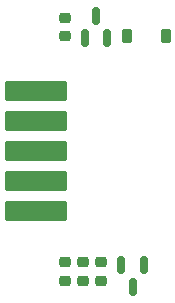
<source format=gbr>
%TF.GenerationSoftware,KiCad,Pcbnew,8.0.6-8.0.6-0~ubuntu24.04.1*%
%TF.CreationDate,2024-10-24T19:59:45-07:00*%
%TF.ProjectId,mag-encoder,6d61672d-656e-4636-9f64-65722e6b6963,3*%
%TF.SameCoordinates,Original*%
%TF.FileFunction,Paste,Top*%
%TF.FilePolarity,Positive*%
%FSLAX46Y46*%
G04 Gerber Fmt 4.6, Leading zero omitted, Abs format (unit mm)*
G04 Created by KiCad (PCBNEW 8.0.6-8.0.6-0~ubuntu24.04.1) date 2024-10-24 19:59:45*
%MOMM*%
%LPD*%
G01*
G04 APERTURE LIST*
G04 Aperture macros list*
%AMRoundRect*
0 Rectangle with rounded corners*
0 $1 Rounding radius*
0 $2 $3 $4 $5 $6 $7 $8 $9 X,Y pos of 4 corners*
0 Add a 4 corners polygon primitive as box body*
4,1,4,$2,$3,$4,$5,$6,$7,$8,$9,$2,$3,0*
0 Add four circle primitives for the rounded corners*
1,1,$1+$1,$2,$3*
1,1,$1+$1,$4,$5*
1,1,$1+$1,$6,$7*
1,1,$1+$1,$8,$9*
0 Add four rect primitives between the rounded corners*
20,1,$1+$1,$2,$3,$4,$5,0*
20,1,$1+$1,$4,$5,$6,$7,0*
20,1,$1+$1,$6,$7,$8,$9,0*
20,1,$1+$1,$8,$9,$2,$3,0*%
G04 Aperture macros list end*
%ADD10RoundRect,0.218750X-0.256250X0.218750X-0.256250X-0.218750X0.256250X-0.218750X0.256250X0.218750X0*%
%ADD11RoundRect,0.218750X0.256250X-0.218750X0.256250X0.218750X-0.256250X0.218750X-0.256250X-0.218750X0*%
%ADD12RoundRect,0.150000X-0.150000X0.587500X-0.150000X-0.587500X0.150000X-0.587500X0.150000X0.587500X0*%
%ADD13RoundRect,0.150000X0.150000X-0.587500X0.150000X0.587500X-0.150000X0.587500X-0.150000X-0.587500X0*%
%ADD14RoundRect,0.121324X2.543676X-0.703676X2.543676X0.703676X-2.543676X0.703676X-2.543676X-0.703676X0*%
%ADD15RoundRect,0.225000X-0.225000X-0.375000X0.225000X-0.375000X0.225000X0.375000X-0.225000X0.375000X0*%
G04 APERTURE END LIST*
D10*
%TO.C,D1*%
X228981000Y-112242500D03*
X228981000Y-113817500D03*
%TD*%
D11*
%TO.C,D3*%
X228981000Y-134518500D03*
X228981000Y-132943500D03*
%TD*%
D12*
%TO.C,Q1*%
X235646000Y-133174500D03*
X233746000Y-133174500D03*
X234696000Y-135049500D03*
%TD*%
D13*
%TO.C,U1*%
X230647200Y-113967500D03*
X232547200Y-113967500D03*
X231597200Y-112092500D03*
%TD*%
D14*
%TO.C,J2*%
X226487800Y-118491000D03*
X226487800Y-121031000D03*
X226487800Y-123571000D03*
X226487800Y-126111000D03*
X226487800Y-128651000D03*
%TD*%
D11*
%TO.C,D4*%
X230505000Y-134518500D03*
X230505000Y-132943500D03*
%TD*%
D15*
%TO.C,D2*%
X234189000Y-113792000D03*
X237489000Y-113792000D03*
%TD*%
D11*
%TO.C,D5*%
X232029000Y-134518500D03*
X232029000Y-132943500D03*
%TD*%
M02*

</source>
